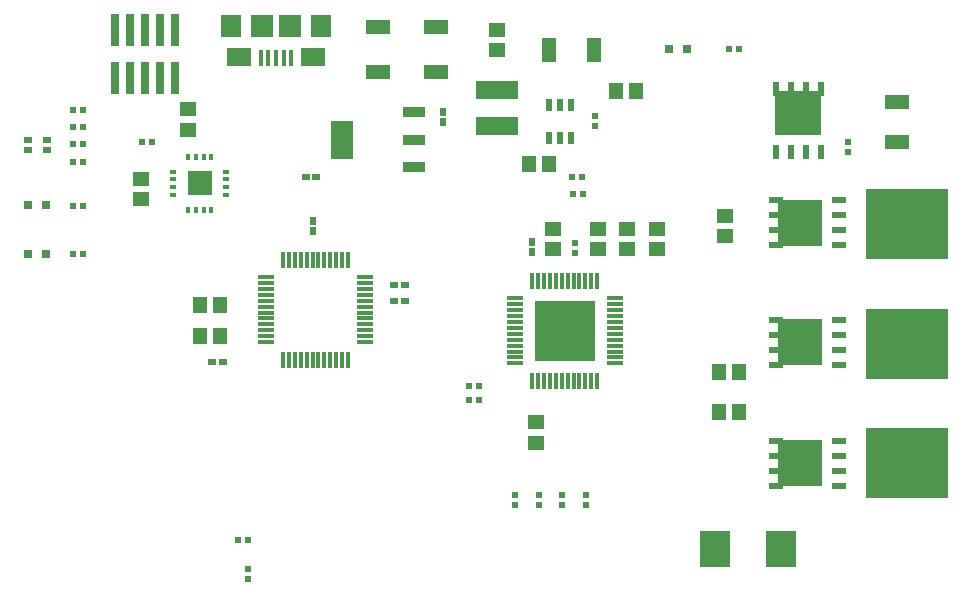
<source format=gtp>
G04 Layer_Color=8421504*
%FSLAX25Y25*%
%MOIN*%
G70*
G01*
G75*
%ADD11R,0.02362X0.02165*%
%ADD12R,0.02402X0.05000*%
%ADD13R,0.15394X0.15000*%
%ADD14R,0.04724X0.05512*%
%ADD15R,0.05512X0.04724*%
%ADD16R,0.27559X0.23622*%
%ADD17R,0.02441X0.02598*%
%ADD18R,0.02598X0.02441*%
%ADD19R,0.08465X0.05000*%
%ADD20R,0.07283X0.03543*%
%ADD21R,0.07283X0.12598*%
%ADD22R,0.14173X0.05905*%
%ADD23R,0.05000X0.08465*%
%ADD24R,0.01575X0.05315*%
%ADD25R,0.01575X0.05335*%
%ADD26R,0.08268X0.06299*%
%ADD27R,0.07087X0.07480*%
%ADD28R,0.07480X0.07480*%
%ADD29R,0.02165X0.02362*%
%ADD30R,0.02362X0.03937*%
%ADD31R,0.03150X0.02165*%
%ADD32R,0.01968X0.01181*%
%ADD33R,0.01181X0.01968*%
%ADD34R,0.08268X0.08268*%
%ADD35R,0.03150X0.03150*%
%ADD36R,0.01181X0.05709*%
%ADD37R,0.05709X0.01181*%
%ADD38R,0.09842X0.12402*%
%ADD39R,0.20354X0.20354*%
%ADD40R,0.05000X0.02402*%
%ADD41R,0.15000X0.15394*%
%ADD42R,0.03000X0.11000*%
D11*
X455020Y433465D02*
D03*
X458366D02*
D03*
X435532Y432677D02*
D03*
X432185D02*
D03*
X435532Y426772D02*
D03*
X432185D02*
D03*
X598622Y421654D02*
D03*
X601968D02*
D03*
X564075Y351969D02*
D03*
X567421D02*
D03*
X564075Y347441D02*
D03*
X567421D02*
D03*
X435532Y438583D02*
D03*
X432185D02*
D03*
X435532Y412205D02*
D03*
X432185D02*
D03*
X435532Y444095D02*
D03*
X432185D02*
D03*
X654035Y464567D02*
D03*
X650689D02*
D03*
X435532Y396063D02*
D03*
X432185D02*
D03*
X602067Y416142D02*
D03*
X598721D02*
D03*
X490551Y300787D02*
D03*
X487205D02*
D03*
D12*
X666409Y430035D02*
D03*
X681410D02*
D03*
X671410D02*
D03*
X676409D02*
D03*
X666409Y451059D02*
D03*
X681410D02*
D03*
X671410D02*
D03*
X676409D02*
D03*
D13*
X673910Y443035D02*
D03*
D14*
X647598Y356929D02*
D03*
X654291D02*
D03*
X474606Y379134D02*
D03*
X481299D02*
D03*
X584055Y425984D02*
D03*
X590748D02*
D03*
X619882Y450394D02*
D03*
X613189D02*
D03*
X474606Y368898D02*
D03*
X481299D02*
D03*
X647598Y343386D02*
D03*
X654291D02*
D03*
D15*
X616929Y397835D02*
D03*
Y404528D02*
D03*
X586614Y333268D02*
D03*
Y339961D02*
D03*
X626772Y404528D02*
D03*
Y397835D02*
D03*
X607087Y397835D02*
D03*
Y404528D02*
D03*
X573622Y470669D02*
D03*
Y463976D02*
D03*
X454724Y414370D02*
D03*
Y421063D02*
D03*
X470472Y444291D02*
D03*
Y437598D02*
D03*
X592126Y397835D02*
D03*
Y404528D02*
D03*
X649606Y402165D02*
D03*
Y408858D02*
D03*
D16*
X710236Y406055D02*
D03*
Y326378D02*
D03*
Y366173D02*
D03*
D17*
X512008Y407244D02*
D03*
Y403780D02*
D03*
X555512Y443465D02*
D03*
Y440000D02*
D03*
X585039Y396693D02*
D03*
Y400157D02*
D03*
D18*
X542677Y380315D02*
D03*
X539213D02*
D03*
X482047Y360236D02*
D03*
X478583D02*
D03*
X513150Y421654D02*
D03*
X509685D02*
D03*
X539213Y385827D02*
D03*
X542677D02*
D03*
D19*
X533858Y471654D02*
D03*
Y456693D02*
D03*
X553150Y471654D02*
D03*
Y456693D02*
D03*
X706693Y446713D02*
D03*
Y433602D02*
D03*
D20*
X545965Y425197D02*
D03*
Y434252D02*
D03*
Y443307D02*
D03*
D21*
X521752Y434252D02*
D03*
D22*
X573622Y438882D02*
D03*
Y450882D02*
D03*
D23*
X605905Y464067D02*
D03*
X590945D02*
D03*
D24*
X504921Y461417D02*
D03*
X499803D02*
D03*
X494685D02*
D03*
X497244D02*
D03*
D25*
X502362D02*
D03*
D26*
X512008Y461909D02*
D03*
X487598Y461909D02*
D03*
D27*
X514764Y471949D02*
D03*
X484842Y471949D02*
D03*
D28*
X504528Y471949D02*
D03*
X495079D02*
D03*
D29*
X606299Y442224D02*
D03*
Y438878D02*
D03*
X595276Y315846D02*
D03*
Y312500D02*
D03*
X587402Y315846D02*
D03*
Y312500D02*
D03*
X579528Y315846D02*
D03*
Y312500D02*
D03*
X603150Y315846D02*
D03*
Y312500D02*
D03*
X490551Y287697D02*
D03*
Y291043D02*
D03*
X599606Y399705D02*
D03*
Y396358D02*
D03*
X690551Y433563D02*
D03*
Y430217D02*
D03*
D30*
X590748Y445669D02*
D03*
X594488D02*
D03*
X598228D02*
D03*
Y434842D02*
D03*
X594488D02*
D03*
X590748D02*
D03*
D31*
X417323Y434252D02*
D03*
X423622D02*
D03*
X417323Y430709D02*
D03*
X423622D02*
D03*
D32*
X483268Y415846D02*
D03*
Y418405D02*
D03*
Y420965D02*
D03*
Y423524D02*
D03*
X465551D02*
D03*
Y420965D02*
D03*
Y418405D02*
D03*
Y415846D02*
D03*
D33*
X478248Y428543D02*
D03*
X475689D02*
D03*
X473130D02*
D03*
X470571D02*
D03*
Y410827D02*
D03*
X473130D02*
D03*
X475689D02*
D03*
X478248D02*
D03*
D34*
X474409Y419685D02*
D03*
D35*
X423032Y412402D02*
D03*
X417126D02*
D03*
X636811Y464567D02*
D03*
X630905D02*
D03*
X423032Y396063D02*
D03*
X417126D02*
D03*
D36*
X502165Y394193D02*
D03*
X504134D02*
D03*
X506102D02*
D03*
X508071D02*
D03*
X510039D02*
D03*
X512008D02*
D03*
X513976D02*
D03*
X515945D02*
D03*
X517913D02*
D03*
X519882D02*
D03*
X521850D02*
D03*
X523819D02*
D03*
Y360925D02*
D03*
X521850D02*
D03*
X519882D02*
D03*
X517913D02*
D03*
X515945D02*
D03*
X513976D02*
D03*
X512008D02*
D03*
X510039D02*
D03*
X508071D02*
D03*
X506102D02*
D03*
X504134D02*
D03*
X502165D02*
D03*
X585236Y353839D02*
D03*
X587205D02*
D03*
X589173D02*
D03*
X591142D02*
D03*
X593110D02*
D03*
X595079D02*
D03*
X597047D02*
D03*
X599016D02*
D03*
X600984D02*
D03*
X602953D02*
D03*
X604921D02*
D03*
X606890D02*
D03*
Y387106D02*
D03*
X604921D02*
D03*
X602953D02*
D03*
X600984D02*
D03*
X599016D02*
D03*
X597047D02*
D03*
X595079D02*
D03*
X593110D02*
D03*
X591142D02*
D03*
X589173D02*
D03*
X587205D02*
D03*
X585236D02*
D03*
D37*
X529626Y388386D02*
D03*
Y386417D02*
D03*
Y384449D02*
D03*
Y382480D02*
D03*
Y380512D02*
D03*
Y378543D02*
D03*
Y376575D02*
D03*
Y374606D02*
D03*
Y372638D02*
D03*
Y370669D02*
D03*
Y368701D02*
D03*
Y366732D02*
D03*
X496358D02*
D03*
Y368701D02*
D03*
Y370669D02*
D03*
Y372638D02*
D03*
Y374606D02*
D03*
Y376575D02*
D03*
Y378543D02*
D03*
Y380512D02*
D03*
Y382480D02*
D03*
Y384449D02*
D03*
Y386417D02*
D03*
Y388386D02*
D03*
X579429Y381299D02*
D03*
Y379331D02*
D03*
Y377362D02*
D03*
Y375394D02*
D03*
Y373425D02*
D03*
Y371457D02*
D03*
Y369488D02*
D03*
Y367520D02*
D03*
Y365551D02*
D03*
Y363583D02*
D03*
Y361614D02*
D03*
Y359646D02*
D03*
X612697D02*
D03*
Y361614D02*
D03*
Y363583D02*
D03*
Y365551D02*
D03*
Y367520D02*
D03*
Y369488D02*
D03*
Y371457D02*
D03*
Y373425D02*
D03*
Y375394D02*
D03*
Y377362D02*
D03*
Y379331D02*
D03*
Y381299D02*
D03*
D38*
X646063Y297638D02*
D03*
X668110D02*
D03*
D39*
X596063Y370472D02*
D03*
D40*
X687559Y318858D02*
D03*
Y333858D02*
D03*
Y323858D02*
D03*
Y328858D02*
D03*
X666536Y318858D02*
D03*
Y333858D02*
D03*
Y323858D02*
D03*
Y328858D02*
D03*
X687559Y399055D02*
D03*
Y414055D02*
D03*
Y404055D02*
D03*
Y409055D02*
D03*
X666536Y399055D02*
D03*
Y414055D02*
D03*
Y404055D02*
D03*
Y409055D02*
D03*
X687559Y359173D02*
D03*
Y374173D02*
D03*
Y364173D02*
D03*
Y369173D02*
D03*
X666536Y359173D02*
D03*
Y374173D02*
D03*
Y364173D02*
D03*
Y369173D02*
D03*
D41*
X674559Y326358D02*
D03*
Y406555D02*
D03*
Y366673D02*
D03*
D42*
X446024Y454724D02*
D03*
X451024D02*
D03*
X456024D02*
D03*
X461024D02*
D03*
X466024D02*
D03*
Y470709D02*
D03*
X461024D02*
D03*
X456024D02*
D03*
X451024D02*
D03*
X446024D02*
D03*
M02*

</source>
